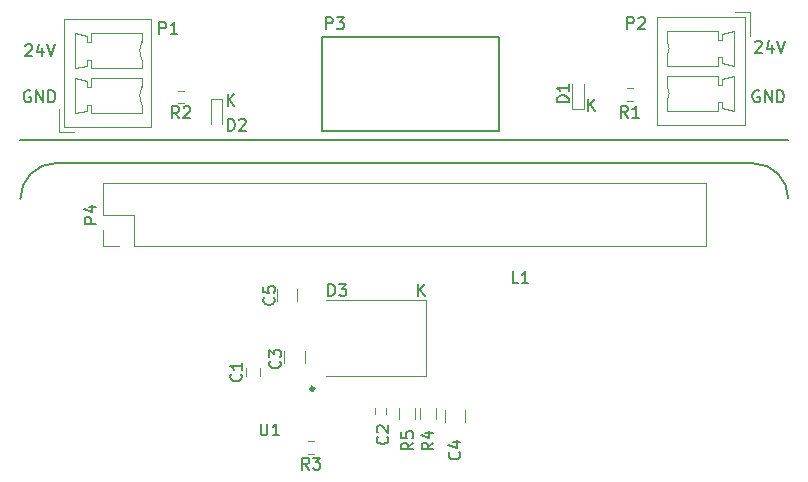
<source format=gto>
G04 #@! TF.GenerationSoftware,KiCad,Pcbnew,(2017-02-06 revision 13395d34d)-master*
G04 #@! TF.CreationDate,2017-03-09T15:05:37-03:00*
G04 #@! TF.ProjectId,beast-phat,62656173742D706861742E6B69636164,rev?*
G04 #@! TF.FileFunction,Legend,Top*
G04 #@! TF.FilePolarity,Positive*
%FSLAX46Y46*%
G04 Gerber Fmt 4.6, Leading zero omitted, Abs format (unit mm)*
G04 Created by KiCad (PCBNEW (2017-02-06 revision 13395d34d)-master) date Thu Mar  9 15:05:37 2017*
%MOMM*%
%LPD*%
G01*
G04 APERTURE LIST*
%ADD10C,0.100000*%
%ADD11C,0.200000*%
%ADD12C,0.300000*%
%ADD13C,0.120000*%
%ADD14C,0.150000*%
G04 APERTURE END LIST*
D10*
D11*
X111538095Y-63852380D02*
X111538095Y-62852380D01*
X112109523Y-63852380D02*
X111680952Y-63280952D01*
X112109523Y-62852380D02*
X111538095Y-63423809D01*
X142038095Y-64252380D02*
X142038095Y-63252380D01*
X142609523Y-64252380D02*
X142180952Y-63680952D01*
X142609523Y-63252380D02*
X142038095Y-63823809D01*
X127638095Y-79952380D02*
X127638095Y-78952380D01*
X128209523Y-79952380D02*
X127780952Y-79380952D01*
X128209523Y-78952380D02*
X127638095Y-79523809D01*
D12*
X118841421Y-87800000D02*
G75*
G03X118841421Y-87800000I-141421J0D01*
G01*
D11*
X156538095Y-62600000D02*
X156442857Y-62552380D01*
X156300000Y-62552380D01*
X156157142Y-62600000D01*
X156061904Y-62695238D01*
X156014285Y-62790476D01*
X155966666Y-62980952D01*
X155966666Y-63123809D01*
X156014285Y-63314285D01*
X156061904Y-63409523D01*
X156157142Y-63504761D01*
X156300000Y-63552380D01*
X156395238Y-63552380D01*
X156538095Y-63504761D01*
X156585714Y-63457142D01*
X156585714Y-63123809D01*
X156395238Y-63123809D01*
X157014285Y-63552380D02*
X157014285Y-62552380D01*
X157585714Y-63552380D01*
X157585714Y-62552380D01*
X158061904Y-63552380D02*
X158061904Y-62552380D01*
X158300000Y-62552380D01*
X158442857Y-62600000D01*
X158538095Y-62695238D01*
X158585714Y-62790476D01*
X158633333Y-62980952D01*
X158633333Y-63123809D01*
X158585714Y-63314285D01*
X158538095Y-63409523D01*
X158442857Y-63504761D01*
X158300000Y-63552380D01*
X158061904Y-63552380D01*
X156209523Y-58447619D02*
X156257142Y-58400000D01*
X156352380Y-58352380D01*
X156590476Y-58352380D01*
X156685714Y-58400000D01*
X156733333Y-58447619D01*
X156780952Y-58542857D01*
X156780952Y-58638095D01*
X156733333Y-58780952D01*
X156161904Y-59352380D01*
X156780952Y-59352380D01*
X157638095Y-58685714D02*
X157638095Y-59352380D01*
X157400000Y-58304761D02*
X157161904Y-59019047D01*
X157780952Y-59019047D01*
X158019047Y-58352380D02*
X158352380Y-59352380D01*
X158685714Y-58352380D01*
X94838095Y-62600000D02*
X94742857Y-62552380D01*
X94600000Y-62552380D01*
X94457142Y-62600000D01*
X94361904Y-62695238D01*
X94314285Y-62790476D01*
X94266666Y-62980952D01*
X94266666Y-63123809D01*
X94314285Y-63314285D01*
X94361904Y-63409523D01*
X94457142Y-63504761D01*
X94600000Y-63552380D01*
X94695238Y-63552380D01*
X94838095Y-63504761D01*
X94885714Y-63457142D01*
X94885714Y-63123809D01*
X94695238Y-63123809D01*
X95314285Y-63552380D02*
X95314285Y-62552380D01*
X95885714Y-63552380D01*
X95885714Y-62552380D01*
X96361904Y-63552380D02*
X96361904Y-62552380D01*
X96600000Y-62552380D01*
X96742857Y-62600000D01*
X96838095Y-62695238D01*
X96885714Y-62790476D01*
X96933333Y-62980952D01*
X96933333Y-63123809D01*
X96885714Y-63314285D01*
X96838095Y-63409523D01*
X96742857Y-63504761D01*
X96600000Y-63552380D01*
X96361904Y-63552380D01*
X94409523Y-58747619D02*
X94457142Y-58700000D01*
X94552380Y-58652380D01*
X94790476Y-58652380D01*
X94885714Y-58700000D01*
X94933333Y-58747619D01*
X94980952Y-58842857D01*
X94980952Y-58938095D01*
X94933333Y-59080952D01*
X94361904Y-59652380D01*
X94980952Y-59652380D01*
X95838095Y-58985714D02*
X95838095Y-59652380D01*
X95600000Y-58604761D02*
X95361904Y-59319047D01*
X95980952Y-59319047D01*
X96219047Y-58652380D02*
X96552380Y-59652380D01*
X96885714Y-58652380D01*
X158995000Y-71705000D02*
G75*
G03X155995000Y-68705000I-3000000J0D01*
G01*
X96995000Y-68705000D02*
G75*
G03X93995000Y-71705000I0J-3000000D01*
G01*
X97000000Y-68705000D02*
X156000000Y-68705000D01*
X93995000Y-66705000D02*
X158995000Y-66705000D01*
D13*
X113100000Y-86750000D02*
X113100000Y-86050000D01*
X114300000Y-86050000D02*
X114300000Y-86750000D01*
X124030000Y-89450000D02*
X124030000Y-89950000D01*
X124970000Y-89950000D02*
X124970000Y-89450000D01*
X116350000Y-84600000D02*
X116350000Y-85600000D01*
X118050000Y-85600000D02*
X118050000Y-84600000D01*
X131650000Y-90600000D02*
X131650000Y-89600000D01*
X129950000Y-89600000D02*
X129950000Y-90600000D01*
X115750000Y-79400000D02*
X115750000Y-80400000D01*
X117450000Y-80400000D02*
X117450000Y-79400000D01*
X140700000Y-64100000D02*
X141700000Y-64100000D01*
X141700000Y-64100000D02*
X141700000Y-62000000D01*
X140700000Y-64100000D02*
X140700000Y-62000000D01*
X111100000Y-63300000D02*
X111100000Y-65400000D01*
X110100000Y-63300000D02*
X110100000Y-65400000D01*
X111100000Y-63300000D02*
X110100000Y-63300000D01*
X128300000Y-86750000D02*
X119900000Y-86750000D01*
X128300000Y-80250000D02*
X119900000Y-80250000D01*
X128300000Y-80250000D02*
X128300000Y-86750000D01*
X104249845Y-62250353D02*
G75*
G03X104250000Y-63750000I1700155J-749647D01*
G01*
X104249845Y-58440353D02*
G75*
G03X104250000Y-59940000I1700155J-749647D01*
G01*
X97670000Y-65680000D02*
X105080000Y-65680000D01*
X105080000Y-65680000D02*
X105080000Y-56510000D01*
X105080000Y-56510000D02*
X97670000Y-56510000D01*
X97670000Y-56510000D02*
X97670000Y-65680000D01*
X104250000Y-63750000D02*
X104250000Y-64500000D01*
X104250000Y-64500000D02*
X99950000Y-64500000D01*
X99950000Y-64500000D02*
X99950000Y-63750000D01*
X99950000Y-63750000D02*
X99600000Y-63750000D01*
X99600000Y-63750000D02*
X99600000Y-64250000D01*
X99600000Y-64250000D02*
X98600000Y-64500000D01*
X98600000Y-64500000D02*
X98600000Y-61500000D01*
X98600000Y-61500000D02*
X99600000Y-61750000D01*
X99600000Y-61750000D02*
X99600000Y-62250000D01*
X99600000Y-62250000D02*
X99950000Y-62250000D01*
X99950000Y-62250000D02*
X99950000Y-61500000D01*
X99950000Y-61500000D02*
X104250000Y-61500000D01*
X104250000Y-61500000D02*
X104250000Y-62250000D01*
X104250000Y-59940000D02*
X104250000Y-60690000D01*
X104250000Y-60690000D02*
X99950000Y-60690000D01*
X99950000Y-60690000D02*
X99950000Y-59940000D01*
X99950000Y-59940000D02*
X99600000Y-59940000D01*
X99600000Y-59940000D02*
X99600000Y-60440000D01*
X99600000Y-60440000D02*
X98600000Y-60690000D01*
X98600000Y-60690000D02*
X98600000Y-57690000D01*
X98600000Y-57690000D02*
X99600000Y-57940000D01*
X99600000Y-57940000D02*
X99600000Y-58440000D01*
X99600000Y-58440000D02*
X99950000Y-58440000D01*
X99950000Y-58440000D02*
X99950000Y-57690000D01*
X99950000Y-57690000D02*
X104250000Y-57690000D01*
X104250000Y-57690000D02*
X104250000Y-58440000D01*
X98500000Y-66100000D02*
X97250000Y-66100000D01*
X97250000Y-66100000D02*
X97250000Y-64100000D01*
X155750000Y-55900000D02*
X155750000Y-57900000D01*
X154500000Y-55900000D02*
X155750000Y-55900000D01*
X148750000Y-64310000D02*
X148750000Y-63560000D01*
X153050000Y-64310000D02*
X148750000Y-64310000D01*
X153050000Y-63560000D02*
X153050000Y-64310000D01*
X153400000Y-63560000D02*
X153050000Y-63560000D01*
X153400000Y-64060000D02*
X153400000Y-63560000D01*
X154400000Y-64310000D02*
X153400000Y-64060000D01*
X154400000Y-61310000D02*
X154400000Y-64310000D01*
X153400000Y-61560000D02*
X154400000Y-61310000D01*
X153400000Y-62060000D02*
X153400000Y-61560000D01*
X153050000Y-62060000D02*
X153400000Y-62060000D01*
X153050000Y-61310000D02*
X153050000Y-62060000D01*
X148750000Y-61310000D02*
X153050000Y-61310000D01*
X148750000Y-62060000D02*
X148750000Y-61310000D01*
X148750000Y-60500000D02*
X148750000Y-59750000D01*
X153050000Y-60500000D02*
X148750000Y-60500000D01*
X153050000Y-59750000D02*
X153050000Y-60500000D01*
X153400000Y-59750000D02*
X153050000Y-59750000D01*
X153400000Y-60250000D02*
X153400000Y-59750000D01*
X154400000Y-60500000D02*
X153400000Y-60250000D01*
X154400000Y-57500000D02*
X154400000Y-60500000D01*
X153400000Y-57750000D02*
X154400000Y-57500000D01*
X153400000Y-58250000D02*
X153400000Y-57750000D01*
X153050000Y-58250000D02*
X153400000Y-58250000D01*
X153050000Y-57500000D02*
X153050000Y-58250000D01*
X148750000Y-57500000D02*
X153050000Y-57500000D01*
X148750000Y-58250000D02*
X148750000Y-57500000D01*
X155330000Y-65490000D02*
X155330000Y-56320000D01*
X147920000Y-65490000D02*
X155330000Y-65490000D01*
X147920000Y-56320000D02*
X147920000Y-65490000D01*
X155330000Y-56320000D02*
X147920000Y-56320000D01*
X148750155Y-63559647D02*
G75*
G03X148750000Y-62060000I-1700155J749647D01*
G01*
X148750155Y-59749647D02*
G75*
G03X148750000Y-58250000I-1700155J749647D01*
G01*
D14*
X119500000Y-58000000D02*
X134500000Y-58000000D01*
X119500000Y-66000000D02*
X119500000Y-58000000D01*
X134500000Y-66000000D02*
X119500000Y-66000000D01*
X134500000Y-58000000D02*
X134500000Y-66000000D01*
D13*
X100975000Y-75740000D02*
X100975000Y-74350000D01*
X102365000Y-75740000D02*
X100975000Y-75740000D01*
X103635000Y-73080000D02*
X103635000Y-75740000D01*
X100975000Y-73080000D02*
X103635000Y-73080000D01*
X100975000Y-70420000D02*
X100975000Y-73080000D01*
X152015000Y-70420000D02*
X100975000Y-70420000D01*
X152015000Y-75740000D02*
X152015000Y-70420000D01*
X103635000Y-75740000D02*
X152015000Y-75740000D01*
X145350000Y-63430000D02*
X145850000Y-63430000D01*
X145850000Y-62370000D02*
X145350000Y-62370000D01*
X107850000Y-62570000D02*
X107350000Y-62570000D01*
X107350000Y-63630000D02*
X107850000Y-63630000D01*
X118350000Y-93330000D02*
X118850000Y-93330000D01*
X118850000Y-92270000D02*
X118350000Y-92270000D01*
X127820000Y-90400000D02*
X127820000Y-89400000D01*
X129180000Y-89400000D02*
X129180000Y-90400000D01*
X126020000Y-90400000D02*
X126020000Y-89400000D01*
X127380000Y-89400000D02*
X127380000Y-90400000D01*
D14*
X112657142Y-86566666D02*
X112704761Y-86614285D01*
X112752380Y-86757142D01*
X112752380Y-86852380D01*
X112704761Y-86995238D01*
X112609523Y-87090476D01*
X112514285Y-87138095D01*
X112323809Y-87185714D01*
X112180952Y-87185714D01*
X111990476Y-87138095D01*
X111895238Y-87090476D01*
X111800000Y-86995238D01*
X111752380Y-86852380D01*
X111752380Y-86757142D01*
X111800000Y-86614285D01*
X111847619Y-86566666D01*
X112752380Y-85614285D02*
X112752380Y-86185714D01*
X112752380Y-85900000D02*
X111752380Y-85900000D01*
X111895238Y-85995238D01*
X111990476Y-86090476D01*
X112038095Y-86185714D01*
X125057142Y-91866666D02*
X125104761Y-91914285D01*
X125152380Y-92057142D01*
X125152380Y-92152380D01*
X125104761Y-92295238D01*
X125009523Y-92390476D01*
X124914285Y-92438095D01*
X124723809Y-92485714D01*
X124580952Y-92485714D01*
X124390476Y-92438095D01*
X124295238Y-92390476D01*
X124200000Y-92295238D01*
X124152380Y-92152380D01*
X124152380Y-92057142D01*
X124200000Y-91914285D01*
X124247619Y-91866666D01*
X124247619Y-91485714D02*
X124200000Y-91438095D01*
X124152380Y-91342857D01*
X124152380Y-91104761D01*
X124200000Y-91009523D01*
X124247619Y-90961904D01*
X124342857Y-90914285D01*
X124438095Y-90914285D01*
X124580952Y-90961904D01*
X125152380Y-91533333D01*
X125152380Y-90914285D01*
X115957142Y-85466666D02*
X116004761Y-85514285D01*
X116052380Y-85657142D01*
X116052380Y-85752380D01*
X116004761Y-85895238D01*
X115909523Y-85990476D01*
X115814285Y-86038095D01*
X115623809Y-86085714D01*
X115480952Y-86085714D01*
X115290476Y-86038095D01*
X115195238Y-85990476D01*
X115100000Y-85895238D01*
X115052380Y-85752380D01*
X115052380Y-85657142D01*
X115100000Y-85514285D01*
X115147619Y-85466666D01*
X115052380Y-85133333D02*
X115052380Y-84514285D01*
X115433333Y-84847619D01*
X115433333Y-84704761D01*
X115480952Y-84609523D01*
X115528571Y-84561904D01*
X115623809Y-84514285D01*
X115861904Y-84514285D01*
X115957142Y-84561904D01*
X116004761Y-84609523D01*
X116052380Y-84704761D01*
X116052380Y-84990476D01*
X116004761Y-85085714D01*
X115957142Y-85133333D01*
X131157142Y-93166666D02*
X131204761Y-93214285D01*
X131252380Y-93357142D01*
X131252380Y-93452380D01*
X131204761Y-93595238D01*
X131109523Y-93690476D01*
X131014285Y-93738095D01*
X130823809Y-93785714D01*
X130680952Y-93785714D01*
X130490476Y-93738095D01*
X130395238Y-93690476D01*
X130300000Y-93595238D01*
X130252380Y-93452380D01*
X130252380Y-93357142D01*
X130300000Y-93214285D01*
X130347619Y-93166666D01*
X130585714Y-92309523D02*
X131252380Y-92309523D01*
X130204761Y-92547619D02*
X130919047Y-92785714D01*
X130919047Y-92166666D01*
X115457142Y-80066666D02*
X115504761Y-80114285D01*
X115552380Y-80257142D01*
X115552380Y-80352380D01*
X115504761Y-80495238D01*
X115409523Y-80590476D01*
X115314285Y-80638095D01*
X115123809Y-80685714D01*
X114980952Y-80685714D01*
X114790476Y-80638095D01*
X114695238Y-80590476D01*
X114600000Y-80495238D01*
X114552380Y-80352380D01*
X114552380Y-80257142D01*
X114600000Y-80114285D01*
X114647619Y-80066666D01*
X114552380Y-79161904D02*
X114552380Y-79638095D01*
X115028571Y-79685714D01*
X114980952Y-79638095D01*
X114933333Y-79542857D01*
X114933333Y-79304761D01*
X114980952Y-79209523D01*
X115028571Y-79161904D01*
X115123809Y-79114285D01*
X115361904Y-79114285D01*
X115457142Y-79161904D01*
X115504761Y-79209523D01*
X115552380Y-79304761D01*
X115552380Y-79542857D01*
X115504761Y-79638095D01*
X115457142Y-79685714D01*
X140402380Y-63538095D02*
X139402380Y-63538095D01*
X139402380Y-63300000D01*
X139450000Y-63157142D01*
X139545238Y-63061904D01*
X139640476Y-63014285D01*
X139830952Y-62966666D01*
X139973809Y-62966666D01*
X140164285Y-63014285D01*
X140259523Y-63061904D01*
X140354761Y-63157142D01*
X140402380Y-63300000D01*
X140402380Y-63538095D01*
X140402380Y-62014285D02*
X140402380Y-62585714D01*
X140402380Y-62300000D02*
X139402380Y-62300000D01*
X139545238Y-62395238D01*
X139640476Y-62490476D01*
X139688095Y-62585714D01*
X111561904Y-65952380D02*
X111561904Y-64952380D01*
X111800000Y-64952380D01*
X111942857Y-65000000D01*
X112038095Y-65095238D01*
X112085714Y-65190476D01*
X112133333Y-65380952D01*
X112133333Y-65523809D01*
X112085714Y-65714285D01*
X112038095Y-65809523D01*
X111942857Y-65904761D01*
X111800000Y-65952380D01*
X111561904Y-65952380D01*
X112514285Y-65047619D02*
X112561904Y-65000000D01*
X112657142Y-64952380D01*
X112895238Y-64952380D01*
X112990476Y-65000000D01*
X113038095Y-65047619D01*
X113085714Y-65142857D01*
X113085714Y-65238095D01*
X113038095Y-65380952D01*
X112466666Y-65952380D01*
X113085714Y-65952380D01*
X120061904Y-79952380D02*
X120061904Y-78952380D01*
X120300000Y-78952380D01*
X120442857Y-79000000D01*
X120538095Y-79095238D01*
X120585714Y-79190476D01*
X120633333Y-79380952D01*
X120633333Y-79523809D01*
X120585714Y-79714285D01*
X120538095Y-79809523D01*
X120442857Y-79904761D01*
X120300000Y-79952380D01*
X120061904Y-79952380D01*
X120966666Y-78952380D02*
X121585714Y-78952380D01*
X121252380Y-79333333D01*
X121395238Y-79333333D01*
X121490476Y-79380952D01*
X121538095Y-79428571D01*
X121585714Y-79523809D01*
X121585714Y-79761904D01*
X121538095Y-79857142D01*
X121490476Y-79904761D01*
X121395238Y-79952380D01*
X121109523Y-79952380D01*
X121014285Y-79904761D01*
X120966666Y-79857142D01*
X136133333Y-78852380D02*
X135657142Y-78852380D01*
X135657142Y-77852380D01*
X136990476Y-78852380D02*
X136419047Y-78852380D01*
X136704761Y-78852380D02*
X136704761Y-77852380D01*
X136609523Y-77995238D01*
X136514285Y-78090476D01*
X136419047Y-78138095D01*
X105761904Y-57752380D02*
X105761904Y-56752380D01*
X106142857Y-56752380D01*
X106238095Y-56800000D01*
X106285714Y-56847619D01*
X106333333Y-56942857D01*
X106333333Y-57085714D01*
X106285714Y-57180952D01*
X106238095Y-57228571D01*
X106142857Y-57276190D01*
X105761904Y-57276190D01*
X107285714Y-57752380D02*
X106714285Y-57752380D01*
X107000000Y-57752380D02*
X107000000Y-56752380D01*
X106904761Y-56895238D01*
X106809523Y-56990476D01*
X106714285Y-57038095D01*
X145361904Y-57352380D02*
X145361904Y-56352380D01*
X145742857Y-56352380D01*
X145838095Y-56400000D01*
X145885714Y-56447619D01*
X145933333Y-56542857D01*
X145933333Y-56685714D01*
X145885714Y-56780952D01*
X145838095Y-56828571D01*
X145742857Y-56876190D01*
X145361904Y-56876190D01*
X146314285Y-56447619D02*
X146361904Y-56400000D01*
X146457142Y-56352380D01*
X146695238Y-56352380D01*
X146790476Y-56400000D01*
X146838095Y-56447619D01*
X146885714Y-56542857D01*
X146885714Y-56638095D01*
X146838095Y-56780952D01*
X146266666Y-57352380D01*
X146885714Y-57352380D01*
X119861904Y-57352380D02*
X119861904Y-56352380D01*
X120242857Y-56352380D01*
X120338095Y-56400000D01*
X120385714Y-56447619D01*
X120433333Y-56542857D01*
X120433333Y-56685714D01*
X120385714Y-56780952D01*
X120338095Y-56828571D01*
X120242857Y-56876190D01*
X119861904Y-56876190D01*
X120766666Y-56352380D02*
X121385714Y-56352380D01*
X121052380Y-56733333D01*
X121195238Y-56733333D01*
X121290476Y-56780952D01*
X121338095Y-56828571D01*
X121385714Y-56923809D01*
X121385714Y-57161904D01*
X121338095Y-57257142D01*
X121290476Y-57304761D01*
X121195238Y-57352380D01*
X120909523Y-57352380D01*
X120814285Y-57304761D01*
X120766666Y-57257142D01*
X100427380Y-73818095D02*
X99427380Y-73818095D01*
X99427380Y-73437142D01*
X99475000Y-73341904D01*
X99522619Y-73294285D01*
X99617857Y-73246666D01*
X99760714Y-73246666D01*
X99855952Y-73294285D01*
X99903571Y-73341904D01*
X99951190Y-73437142D01*
X99951190Y-73818095D01*
X99760714Y-72389523D02*
X100427380Y-72389523D01*
X99379761Y-72627619D02*
X100094047Y-72865714D01*
X100094047Y-72246666D01*
X145433333Y-64852380D02*
X145100000Y-64376190D01*
X144861904Y-64852380D02*
X144861904Y-63852380D01*
X145242857Y-63852380D01*
X145338095Y-63900000D01*
X145385714Y-63947619D01*
X145433333Y-64042857D01*
X145433333Y-64185714D01*
X145385714Y-64280952D01*
X145338095Y-64328571D01*
X145242857Y-64376190D01*
X144861904Y-64376190D01*
X146385714Y-64852380D02*
X145814285Y-64852380D01*
X146100000Y-64852380D02*
X146100000Y-63852380D01*
X146004761Y-63995238D01*
X145909523Y-64090476D01*
X145814285Y-64138095D01*
X107433333Y-64902380D02*
X107100000Y-64426190D01*
X106861904Y-64902380D02*
X106861904Y-63902380D01*
X107242857Y-63902380D01*
X107338095Y-63950000D01*
X107385714Y-63997619D01*
X107433333Y-64092857D01*
X107433333Y-64235714D01*
X107385714Y-64330952D01*
X107338095Y-64378571D01*
X107242857Y-64426190D01*
X106861904Y-64426190D01*
X107814285Y-63997619D02*
X107861904Y-63950000D01*
X107957142Y-63902380D01*
X108195238Y-63902380D01*
X108290476Y-63950000D01*
X108338095Y-63997619D01*
X108385714Y-64092857D01*
X108385714Y-64188095D01*
X108338095Y-64330952D01*
X107766666Y-64902380D01*
X108385714Y-64902380D01*
X118433333Y-94652380D02*
X118100000Y-94176190D01*
X117861904Y-94652380D02*
X117861904Y-93652380D01*
X118242857Y-93652380D01*
X118338095Y-93700000D01*
X118385714Y-93747619D01*
X118433333Y-93842857D01*
X118433333Y-93985714D01*
X118385714Y-94080952D01*
X118338095Y-94128571D01*
X118242857Y-94176190D01*
X117861904Y-94176190D01*
X118766666Y-93652380D02*
X119385714Y-93652380D01*
X119052380Y-94033333D01*
X119195238Y-94033333D01*
X119290476Y-94080952D01*
X119338095Y-94128571D01*
X119385714Y-94223809D01*
X119385714Y-94461904D01*
X119338095Y-94557142D01*
X119290476Y-94604761D01*
X119195238Y-94652380D01*
X118909523Y-94652380D01*
X118814285Y-94604761D01*
X118766666Y-94557142D01*
X128952380Y-92366666D02*
X128476190Y-92700000D01*
X128952380Y-92938095D02*
X127952380Y-92938095D01*
X127952380Y-92557142D01*
X128000000Y-92461904D01*
X128047619Y-92414285D01*
X128142857Y-92366666D01*
X128285714Y-92366666D01*
X128380952Y-92414285D01*
X128428571Y-92461904D01*
X128476190Y-92557142D01*
X128476190Y-92938095D01*
X128285714Y-91509523D02*
X128952380Y-91509523D01*
X127904761Y-91747619D02*
X128619047Y-91985714D01*
X128619047Y-91366666D01*
X127252380Y-92366666D02*
X126776190Y-92700000D01*
X127252380Y-92938095D02*
X126252380Y-92938095D01*
X126252380Y-92557142D01*
X126300000Y-92461904D01*
X126347619Y-92414285D01*
X126442857Y-92366666D01*
X126585714Y-92366666D01*
X126680952Y-92414285D01*
X126728571Y-92461904D01*
X126776190Y-92557142D01*
X126776190Y-92938095D01*
X126252380Y-91461904D02*
X126252380Y-91938095D01*
X126728571Y-91985714D01*
X126680952Y-91938095D01*
X126633333Y-91842857D01*
X126633333Y-91604761D01*
X126680952Y-91509523D01*
X126728571Y-91461904D01*
X126823809Y-91414285D01*
X127061904Y-91414285D01*
X127157142Y-91461904D01*
X127204761Y-91509523D01*
X127252380Y-91604761D01*
X127252380Y-91842857D01*
X127204761Y-91938095D01*
X127157142Y-91985714D01*
X114338095Y-90752380D02*
X114338095Y-91561904D01*
X114385714Y-91657142D01*
X114433333Y-91704761D01*
X114528571Y-91752380D01*
X114719047Y-91752380D01*
X114814285Y-91704761D01*
X114861904Y-91657142D01*
X114909523Y-91561904D01*
X114909523Y-90752380D01*
X115909523Y-91752380D02*
X115338095Y-91752380D01*
X115623809Y-91752380D02*
X115623809Y-90752380D01*
X115528571Y-90895238D01*
X115433333Y-90990476D01*
X115338095Y-91038095D01*
M02*

</source>
